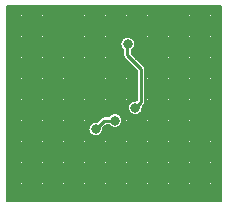
<source format=gbl>
%FSLAX24Y24*%
%MOIN*%
G70*
G01*
G75*
G04 Layer_Physical_Order=2*
G04 Layer_Color=16711680*
%ADD10C,0.0080*%
%ADD11R,0.0200X0.0250*%
%ADD12O,0.0118X0.0335*%
%ADD13O,0.0335X0.0118*%
%ADD14R,0.1457X0.1457*%
%ADD15R,0.0433X0.0472*%
%ADD16R,0.0709X0.0394*%
%ADD17R,0.0250X0.0200*%
%ADD18C,0.0100*%
%ADD19C,0.0060*%
%ADD20C,0.0300*%
%ADD21C,0.0320*%
%ADD22C,0.0240*%
D10*
X4745Y4506D02*
G03*
X4704Y4605I-140J0D01*
G01*
X4745Y4506D02*
G03*
X4704Y4605I-140J0D01*
G01*
X4285Y5132D02*
G03*
X4405Y5346I-130J214D01*
G01*
X4405Y5346D02*
G03*
X4005Y5146I-250J0D01*
G01*
X4704Y3321D02*
G03*
X4745Y3420I-99J99D01*
G01*
X4704Y3321D02*
G03*
X4745Y3420I-99J99D01*
G01*
X4656Y3221D02*
G03*
X4651Y3268I-250J0D01*
G01*
X4005Y4966D02*
G03*
X4046Y4867I140J0D01*
G01*
X4005Y4966D02*
G03*
X4046Y4867I140J0D01*
G01*
X4453Y3466D02*
G03*
X4656Y3221I-47J-245D01*
G01*
X3981Y2797D02*
G03*
X3524Y2937I-250J0D01*
G01*
X3524Y2657D02*
G03*
X3981Y2797I207J140D01*
G01*
X3341Y2511D02*
G03*
X3336Y2558I-250J0D01*
G01*
X3377Y2937D02*
G03*
X3278Y2896I0J-140D01*
G01*
X3377Y2937D02*
G03*
X3278Y2896I0J-140D01*
G01*
X3138Y2756D02*
G03*
X3341Y2511I-47J-245D01*
G01*
X4656Y4653D02*
X7280Y4653D01*
X4586Y4723D02*
X7280Y4723D01*
X4722Y4583D02*
X7280Y4583D01*
X4446Y4863D02*
X7280Y4863D01*
X4516Y4793D02*
X7280Y4793D01*
X4745Y4443D02*
X7280Y4443D01*
X4745Y4513D02*
X7280Y4513D01*
X4745Y4373D02*
X7280Y4373D01*
X4405Y5353D02*
X7280Y5353D01*
X4393Y5423D02*
X7280Y5423D01*
X4397Y5283D02*
X7280Y5283D01*
X4279Y5563D02*
X7280Y5563D01*
X4357Y5493D02*
X7280Y5493D01*
X4306Y5003D02*
X7280Y5003D01*
X4285Y5073D02*
X7280Y5073D01*
X4376Y4933D02*
X7280Y4933D01*
X4367Y5213D02*
X7280Y5213D01*
X4301Y5143D02*
X7280Y5143D01*
X4745Y4093D02*
X7280Y4093D01*
X4745Y4163D02*
X7280Y4163D01*
X4745Y4023D02*
X7280Y4023D01*
X4745Y4303D02*
X7280Y4303D01*
X4745Y4233D02*
X7280Y4233D01*
X4745Y3743D02*
X7280Y3743D01*
X4745Y3813D02*
X7280Y3813D01*
X4745Y3673D02*
X7280Y3673D01*
X4745Y3953D02*
X7280Y3953D01*
X4745Y3883D02*
X7280Y3883D01*
X4745Y3463D02*
X7280Y3463D01*
X4742Y3393D02*
X7280Y3393D01*
X4706Y3323D02*
X7280Y3323D01*
X4745Y3603D02*
X7280Y3603D01*
X4745Y3533D02*
X7280Y3533D01*
X4631Y3113D02*
X7280Y3113D01*
X4582Y3043D02*
X7280Y3043D01*
X4654Y3253D02*
X7280Y3253D01*
X4653Y3183D02*
X7280Y3183D01*
X4359Y5491D02*
X4359Y6630D01*
X4359Y4950D02*
X4359Y5201D01*
X4219Y5588D02*
X4219Y6630D01*
X4289Y5557D02*
X4289Y6630D01*
X4639Y4670D02*
X4639Y6630D01*
X4569Y4740D02*
X4569Y6630D01*
X4709Y4600D02*
X4709Y6630D01*
X4429Y4880D02*
X4429Y6630D01*
X4499Y4810D02*
X4499Y6630D01*
X4149Y5596D02*
X4149Y6630D01*
X4079Y5584D02*
X4079Y6630D01*
X3939Y5472D02*
X3939Y6630D01*
X4009Y5549D02*
X4009Y6630D01*
X3799Y3038D02*
X3799Y6630D01*
X3729Y3047D02*
X3729Y6630D01*
X3869Y3006D02*
X3869Y6630D01*
X3589Y3003D02*
X3589Y6630D01*
X3659Y3036D02*
X3659Y6630D01*
X4429Y3470D02*
X4429Y4484D01*
X4359Y3466D02*
X4359Y4554D01*
X4465Y3478D02*
X4465Y4448D01*
X4289Y5020D02*
X4289Y5135D01*
X4289Y3442D02*
X4289Y4624D01*
X4745Y3420D02*
X4745Y4506D01*
X4651Y3268D02*
X4704Y3321D01*
X4285Y5024D02*
X4704Y4605D01*
X4285Y5024D02*
X4285Y5132D01*
X4005Y4966D02*
X4005Y5146D01*
X4046Y4867D02*
X4465Y4448D01*
X3909Y2973D02*
X4373Y2973D01*
X4219Y3387D02*
X4219Y4694D01*
X3776Y3043D02*
X4230Y3043D01*
X6879Y120D02*
X6879Y6630D01*
X6809Y120D02*
X6809Y6630D01*
X6949Y120D02*
X6949Y6630D01*
X6669Y120D02*
X6669Y6630D01*
X6739Y120D02*
X6739Y6630D01*
X7229Y120D02*
X7229Y6630D01*
X7159Y120D02*
X7159Y6630D01*
X7280Y120D02*
X7280Y6630D01*
X7019Y120D02*
X7019Y6630D01*
X7089Y120D02*
X7089Y6630D01*
X5619Y120D02*
X5619Y6630D01*
X5549Y120D02*
X5549Y6630D01*
X6249Y120D02*
X6249Y6630D01*
X5409Y120D02*
X5409Y6630D01*
X5479Y120D02*
X5479Y6630D01*
X6529Y120D02*
X6529Y6630D01*
X6459Y120D02*
X6459Y6630D01*
X6599Y120D02*
X6599Y6630D01*
X6319Y120D02*
X6319Y6630D01*
X6389Y120D02*
X6389Y6630D01*
X5759Y120D02*
X5759Y6630D01*
X5689Y120D02*
X5689Y6630D01*
X5829Y120D02*
X5829Y6630D01*
X5269Y120D02*
X5269Y6630D01*
X5339Y120D02*
X5339Y6630D01*
X6109Y120D02*
X6109Y6630D01*
X6039Y120D02*
X6039Y6630D01*
X6179Y120D02*
X6179Y6630D01*
X5899Y120D02*
X5899Y6630D01*
X5969Y120D02*
X5969Y6630D01*
X3979Y2763D02*
X7280Y2763D01*
X3978Y2833D02*
X7280Y2833D01*
X3958Y2693D02*
X7280Y2693D01*
X4439Y2973D02*
X7280Y2973D01*
X3957Y2903D02*
X7280Y2903D01*
X3911Y2623D02*
X7280Y2623D01*
X3785Y2553D02*
X7280Y2553D01*
X5199Y120D02*
X5199Y6630D01*
X3339Y2483D02*
X7280Y2483D01*
X4779Y120D02*
X4779Y6630D01*
X4709Y120D02*
X4709Y3326D01*
X4639Y120D02*
X4639Y3130D01*
X4569Y120D02*
X4569Y3031D01*
X4289Y120D02*
X4289Y3000D01*
X5059Y120D02*
X5059Y6630D01*
X4989Y120D02*
X4989Y6630D01*
X5129Y120D02*
X5129Y6630D01*
X4849Y120D02*
X4849Y6630D01*
X4919Y120D02*
X4919Y6630D01*
X3939Y2936D02*
X3939Y5220D01*
X3519Y2937D02*
X3519Y6630D01*
X3379Y2937D02*
X3379Y6630D01*
X3449Y2937D02*
X3449Y6630D01*
X4149Y120D02*
X4149Y4764D01*
X4079Y120D02*
X4079Y4834D01*
X4219Y120D02*
X4219Y3055D01*
X4009Y120D02*
X4009Y4933D01*
X3799Y120D02*
X3799Y2556D01*
X3729Y120D02*
X3729Y2547D01*
X3589Y120D02*
X3589Y2591D01*
X3659Y120D02*
X3659Y2558D01*
X4499Y120D02*
X4499Y2989D01*
X4359Y120D02*
X4359Y2975D01*
X4429Y120D02*
X4429Y2972D01*
X3939Y120D02*
X3939Y2658D01*
X3869Y120D02*
X3869Y2588D01*
X3401Y2623D02*
X3551Y2623D01*
X3377Y2937D02*
X3524Y2937D01*
X3337Y2553D02*
X3677Y2553D01*
X3336Y2558D02*
X3435Y2657D01*
X3524Y2657D01*
X3449Y120D02*
X3449Y2657D01*
X3519Y120D02*
X3519Y2657D01*
X3379Y120D02*
X3379Y2601D01*
X120Y5773D02*
X7280Y5773D01*
X120Y5843D02*
X7280Y5843D01*
X120Y5703D02*
X7280Y5703D01*
X120Y5983D02*
X7280Y5983D01*
X120Y5913D02*
X7280Y5913D01*
X120Y4583D02*
X4330Y4583D01*
X120Y5633D02*
X7280Y5633D01*
X120Y4513D02*
X4400Y4513D01*
X120Y4723D02*
X4190Y4723D01*
X120Y4653D02*
X4260Y4653D01*
X120Y6473D02*
X7280Y6473D01*
X120Y6543D02*
X7280Y6543D01*
X120Y6403D02*
X7280Y6403D01*
X120Y6630D02*
X7280Y6630D01*
X120Y6613D02*
X7280Y6613D01*
X120Y6123D02*
X7280Y6123D01*
X120Y6193D02*
X7280Y6193D01*
X120Y6053D02*
X7280Y6053D01*
X120Y6333D02*
X7280Y6333D01*
X120Y6263D02*
X7280Y6263D01*
X120Y4163D02*
X4465Y4163D01*
X120Y4233D02*
X4465Y4233D01*
X120Y4093D02*
X4465Y4093D01*
X120Y4443D02*
X4465Y4443D01*
X120Y4373D02*
X4465Y4373D01*
X3321Y2413D02*
X7280Y2413D01*
X3276Y2343D02*
X7280Y2343D01*
X3168Y2273D02*
X7280Y2273D01*
X120Y4023D02*
X4465Y4023D01*
X120Y3953D02*
X4465Y3953D01*
X120Y3743D02*
X4465Y3743D01*
X120Y3813D02*
X4465Y3813D01*
X120Y3673D02*
X4465Y3673D01*
X120Y4303D02*
X4465Y4303D01*
X120Y3883D02*
X4465Y3883D01*
X120Y3603D02*
X4465Y3603D01*
X120Y3533D02*
X4465Y3533D01*
X120Y3463D02*
X4344Y3463D01*
X120Y3393D02*
X4225Y3393D01*
X120Y5493D02*
X3953Y5493D01*
X120Y5563D02*
X4031Y5563D01*
X120Y5423D02*
X3917Y5423D01*
X3239Y2857D02*
X3239Y6630D01*
X3309Y2919D02*
X3309Y6630D01*
X3099Y2761D02*
X3099Y6630D01*
X3029Y2753D02*
X3029Y6630D01*
X3169Y2787D02*
X3169Y6630D01*
X2889Y2659D02*
X2889Y6630D01*
X2959Y2723D02*
X2959Y6630D01*
X120Y5143D02*
X4005Y5143D01*
X120Y5213D02*
X3943Y5213D01*
X120Y5073D02*
X4005Y5073D01*
X120Y5353D02*
X3905Y5353D01*
X120Y5283D02*
X3913Y5283D01*
X120Y4793D02*
X4120Y4793D01*
X120Y4863D02*
X4050Y4863D01*
X120Y3323D02*
X4178Y3323D01*
X120Y5003D02*
X4005Y5003D01*
X120Y4933D02*
X4009Y4933D01*
X120Y3183D02*
X4159Y3183D01*
X120Y3253D02*
X4158Y3253D01*
X120Y3113D02*
X4180Y3113D01*
X120Y3043D02*
X3686Y3043D01*
X120Y2973D02*
X3553Y2973D01*
X120Y2903D02*
X3285Y2903D01*
X3138Y2756D02*
X3278Y2896D01*
X120Y2763D02*
X3145Y2763D01*
X120Y2833D02*
X3215Y2833D01*
X120Y2693D02*
X2919Y2693D01*
X120Y2623D02*
X2867Y2623D01*
X120Y2553D02*
X2844Y2553D01*
X120Y2343D02*
X2905Y2343D01*
X120Y2273D02*
X3013Y2273D01*
X120Y2483D02*
X2842Y2483D01*
X120Y2413D02*
X2860Y2413D01*
X2959Y120D02*
X2959Y2298D01*
X120Y2203D02*
X7280Y2203D01*
X120Y2133D02*
X7280Y2133D01*
X2819Y120D02*
X2819Y6630D01*
X2889Y120D02*
X2889Y2363D01*
X3309Y120D02*
X3309Y2389D01*
X3239Y120D02*
X3239Y2310D01*
X3169Y120D02*
X3169Y2273D01*
X3029Y120D02*
X3029Y2269D01*
X3099Y120D02*
X3099Y2261D01*
X120Y1853D02*
X7280Y1853D01*
X120Y1923D02*
X7280Y1923D01*
X120Y1783D02*
X7280Y1783D01*
X120Y2063D02*
X7280Y2063D01*
X120Y1993D02*
X7280Y1993D01*
X120Y1503D02*
X7280Y1503D01*
X120Y1573D02*
X7280Y1573D01*
X120Y1433D02*
X7280Y1433D01*
X120Y1713D02*
X7280Y1713D01*
X120Y1643D02*
X7280Y1643D01*
X120Y523D02*
X7280Y523D01*
X120Y593D02*
X7280Y593D01*
X120Y453D02*
X7280Y453D01*
X120Y733D02*
X7280Y733D01*
X120Y663D02*
X7280Y663D01*
X120Y173D02*
X7280Y173D01*
X120Y243D02*
X7280Y243D01*
X120Y120D02*
X7280Y120D01*
X120Y383D02*
X7280Y383D01*
X120Y313D02*
X7280Y313D01*
X120Y1153D02*
X7280Y1153D01*
X120Y1223D02*
X7280Y1223D01*
X120Y1083D02*
X7280Y1083D01*
X120Y1363D02*
X7280Y1363D01*
X120Y1293D02*
X7280Y1293D01*
X120Y873D02*
X7280Y873D01*
X120Y803D02*
X7280Y803D01*
X120Y1013D02*
X7280Y1013D01*
X120Y943D02*
X7280Y943D01*
X999Y120D02*
X999Y6630D01*
X929Y120D02*
X929Y6630D01*
X1069Y120D02*
X1069Y6630D01*
X789Y120D02*
X789Y6630D01*
X859Y120D02*
X859Y6630D01*
X1349Y120D02*
X1349Y6630D01*
X1279Y120D02*
X1279Y6630D01*
X1419Y120D02*
X1419Y6630D01*
X1139Y120D02*
X1139Y6630D01*
X1209Y120D02*
X1209Y6630D01*
X299Y120D02*
X299Y6630D01*
X229Y120D02*
X229Y6630D01*
X369Y120D02*
X369Y6630D01*
X120Y120D02*
X120Y6630D01*
X159Y120D02*
X159Y6630D01*
X649Y120D02*
X649Y6630D01*
X579Y120D02*
X579Y6630D01*
X719Y120D02*
X719Y6630D01*
X439Y120D02*
X439Y6630D01*
X509Y120D02*
X509Y6630D01*
X2329Y120D02*
X2329Y6630D01*
X2259Y120D02*
X2259Y6630D01*
X2399Y120D02*
X2399Y6630D01*
X2119Y120D02*
X2119Y6630D01*
X2189Y120D02*
X2189Y6630D01*
X2679Y120D02*
X2679Y6630D01*
X2609Y120D02*
X2609Y6630D01*
X2749Y120D02*
X2749Y6630D01*
X2469Y120D02*
X2469Y6630D01*
X2539Y120D02*
X2539Y6630D01*
X1699Y120D02*
X1699Y6630D01*
X1629Y120D02*
X1629Y6630D01*
X1769Y120D02*
X1769Y6630D01*
X1489Y120D02*
X1489Y6630D01*
X1559Y120D02*
X1559Y6630D01*
X1979Y120D02*
X1979Y6630D01*
X2049Y120D02*
X2049Y6630D01*
X1839Y120D02*
X1839Y6630D01*
X1909Y120D02*
X1909Y6630D01*
D18*
X4145Y4966D02*
X4145Y5346D01*
X3377Y2797D02*
X3731Y2797D01*
X3091Y2511D02*
X3377Y2797D01*
X4406Y3221D02*
X4605Y3420D01*
X4605Y4506D01*
X4145Y4966D02*
X4605Y4506D01*
D21*
X4500Y6450D02*
D03*
X3731Y2797D02*
D03*
X1923Y5676D02*
D03*
X2000Y6450D02*
D03*
X5500Y1750D02*
D03*
X4283Y1746D02*
D03*
X300Y4250D02*
D03*
X300Y1500D02*
D03*
X300Y2250D02*
D03*
X4406Y3221D02*
D03*
X3091Y2511D02*
D03*
X4713Y826D02*
D03*
X7100Y300D02*
D03*
X6936Y3898D02*
D03*
X7100Y1700D02*
D03*
X5260Y3010D02*
D03*
X5500Y6450D02*
D03*
X3830Y1145D02*
D03*
X3111Y1153D02*
D03*
X5657Y4069D02*
D03*
X2634Y1912D02*
D03*
X2313Y1466D02*
D03*
X1359Y5985D02*
D03*
X5743Y3286D02*
D03*
X4155Y5346D02*
D03*
X5750Y5000D02*
D03*
X5500Y300D02*
D03*
X300Y6450D02*
D03*
X805Y5506D02*
D03*
X1383Y976D02*
D03*
X300Y300D02*
D03*
X5684Y3722D02*
D03*
X3756Y2099D02*
D03*
X4885Y4957D02*
D03*
X7100Y5000D02*
D03*
X7100Y6450D02*
D03*
X6983Y2709D02*
D03*
X2523Y496D02*
D03*
X5793Y2346D02*
D03*
X4202Y2654D02*
D03*
D22*
X3205Y4146D02*
D03*
X3205Y3674D02*
D03*
X3677Y3674D02*
D03*
X3677Y4146D02*
D03*
X3677Y4618D02*
D03*
X3205Y4618D02*
D03*
X2733Y4618D02*
D03*
X2733Y4146D02*
D03*
X2733Y3674D02*
D03*
M02*

</source>
